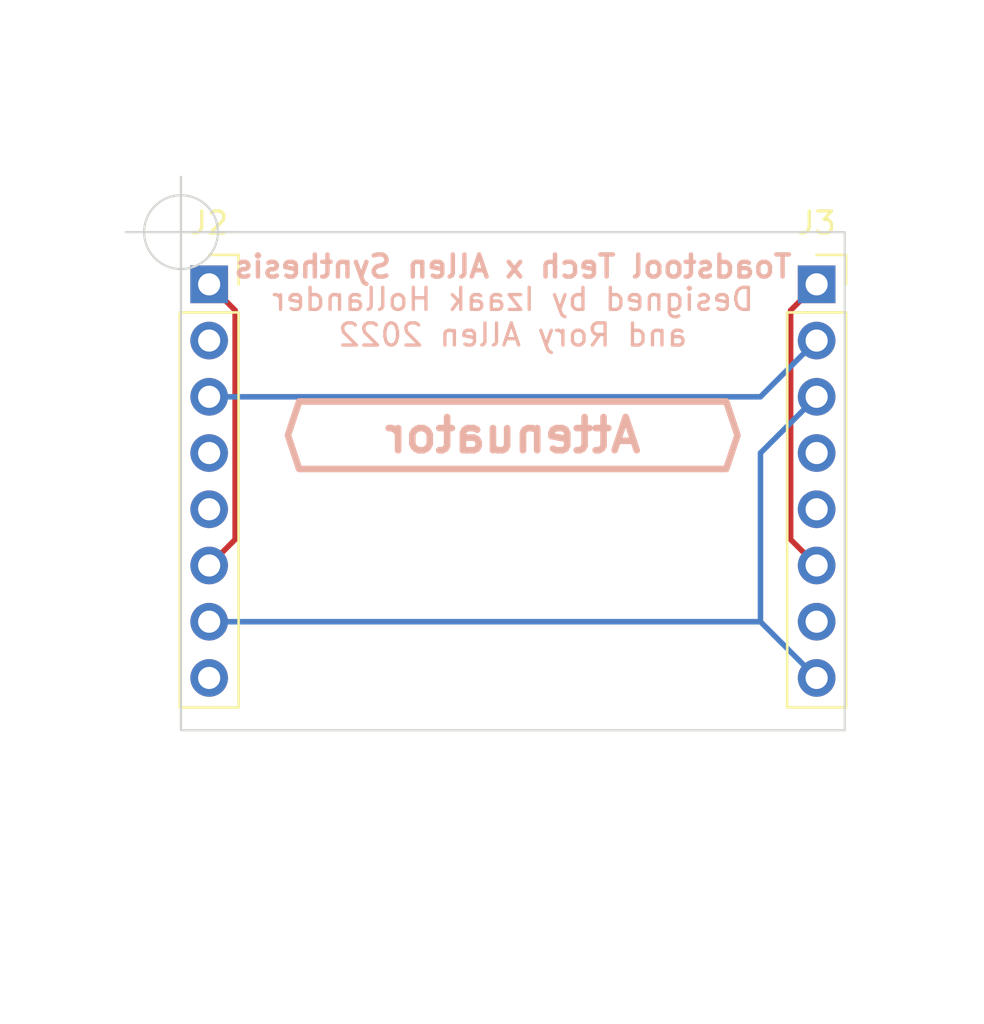
<source format=kicad_pcb>
(kicad_pcb (version 20211014) (generator pcbnew)
  (layers (0 "F.Cu" signal) (31 "B.Cu" signal) (34 "B.Paste" user) (35 "F.Paste" user) (36 "B.SilkS" user "B.Silkscreen") (37 "F.SilkS" user "F.Silkscreen") (38 "B.Mask" user) (39 "F.Mask" user) (44 "Edge.Cuts" user))
  (net 0 "")
  (net 1 "/INPUT")
  (net 2 "/MUTE_OUTPUT")
  (net 3 "Earth")
  (net 4 "/ATTENUATOR_OUTPUT")
  (footprint "Connector_PinSocket_2.54mm:PinSocket_1x08_P2.54mm_Vertical" (layer "F.Cu") (at 28.73 2.3578)
    (fp_text reference "J3" (at 0 -2.77) (layer "F.SilkS"))
    (fp_text value "Conn_01x08_Female")
    (fp_line (start 1.33 -1.33) (end 1.33 0) (layer "F.SilkS") (width 0.12))
    (fp_line (start -1.33 19.11) (end 1.33 19.11) (layer "F.SilkS") (width 0.12))
    (fp_line (start 1.33 1.27) (end 1.33 19.11) (layer "F.SilkS") (width 0.12))
    (fp_line (start 0 -1.33) (end 1.33 -1.33) (layer "F.SilkS") (width 0.12))
    (fp_line (start -1.33 1.27) (end -1.33 19.11) (layer "F.SilkS") (width 0.12))
    (fp_line (start -1.33 1.27) (end 1.33 1.27) (layer "F.SilkS") (width 0.12))
    (pad "1" thru_hole rect (at 0 0) (size 1.7 1.7) (drill 1) (layers *.Cu *.Mask) (net 4 "/ATTENUATOR_OUTPUT"))
    (pad "2" thru_hole oval (at 0 2.54) (size 1.7 1.7) (drill 1) (layers *.Cu *.Mask) (net 2 "/MUTE_OUTPUT"))
    (pad "3" thru_hole oval (at 0 5.08) (size 1.7 1.7) (drill 1) (layers *.Cu *.Mask) (net 3 "Earth"))
    (pad "4" thru_hole oval (at 0 7.62) (size 1.7 1.7) (drill 1) (layers *.Cu *.Mask))
    (pad "5" thru_hole oval (at 0 10.16) (size 1.7 1.7) (drill 1) (layers *.Cu *.Mask))
    (pad "6" thru_hole oval (at 0 12.7) (size 1.7 1.7) (drill 1) (layers *.Cu *.Mask) (net 4 "/ATTENUATOR_OUTPUT"))
    (pad "7" thru_hole oval (at 0 15.24) (size 1.7 1.7) (drill 1) (layers *.Cu *.Mask))
    (pad "8" thru_hole oval (at 0 17.78) (size 1.7 1.7) (drill 1) (layers *.Cu *.Mask) (net 3 "Earth"))
  )
  (footprint "Connector_PinSocket_2.54mm:PinSocket_1x08_P2.54mm_Vertical" (layer "F.Cu") (at 1.2726 2.3578)
    (fp_text reference "J2" (at 0 -2.77) (layer "F.SilkS"))
    (fp_text value "Conn_01x08_Female")
    (fp_line (start 1.33 -1.33) (end 1.33 0) (layer "F.SilkS") (width 0.12))
    (fp_line (start -1.33 1.27) (end -1.33 19.11) (layer "F.SilkS") (width 0.12))
    (fp_line (start -1.33 19.11) (end 1.33 19.11) (layer "F.SilkS") (width 0.12))
    (fp_line (start 0 -1.33) (end 1.33 -1.33) (layer "F.SilkS") (width 0.12))
    (fp_line (start 1.33 1.27) (end 1.33 19.11) (layer "F.SilkS") (width 0.12))
    (fp_line (start -1.33 1.27) (end 1.33 1.27) (layer "F.SilkS") (width 0.12))
    (pad "1" thru_hole rect (at 0 0) (size 1.7 1.7) (drill 1) (layers *.Cu *.Mask) (net 1 "/INPUT"))
    (pad "2" thru_hole oval (at 0 2.54) (size 1.7 1.7) (drill 1) (layers *.Cu *.Mask))
    (pad "3" thru_hole oval (at 0 5.08) (size 1.7 1.7) (drill 1) (layers *.Cu *.Mask) (net 2 "/MUTE_OUTPUT"))
    (pad "4" thru_hole oval (at 0 7.62) (size 1.7 1.7) (drill 1) (layers *.Cu *.Mask))
    (pad "5" thru_hole oval (at 0 10.16) (size 1.7 1.7) (drill 1) (layers *.Cu *.Mask))
    (pad "6" thru_hole oval (at 0 12.7) (size 1.7 1.7) (drill 1) (layers *.Cu *.Mask) (net 1 "/INPUT"))
    (pad "7" thru_hole oval (at 0 15.24) (size 1.7 1.7) (drill 1) (layers *.Cu *.Mask) (net 3 "Earth"))
    (pad "8" thru_hole oval (at 0 17.78) (size 1.7 1.7) (drill 1) (layers *.Cu *.Mask))
  )
  (gr_poly (pts (xy 25.152 9.174) (xy 24.644 10.698) (xy 5.34 10.698) (xy 4.832 9.174) (xy 5.34 7.65) (xy 24.644 7.65)) (layer "B.SilkS") (width 0.3) (fill none))
  (gr_rect (start 0 0) (end 30 22.5) (layer "Edge.Cuts") (width 0.1) (fill none))
  (gr_text "Designed by Izaak Hollander\nand Rory Allen 2022" (at 15 3.84) (layer "B.SilkS") (effects (font (size 1 1)) (justify mirror)))
  (gr_text "Attenuator" (at 14.992 9.174) (layer "B.SilkS") (effects (font (size 1.5 1.5) (thickness 0.3)) (justify mirror)))
  (gr_text "Toadstool Tech x Allen Synthesis" (at 15 1.554) (layer "B.SilkS") (effects (font (size 1 1) (thickness 0.2)) (justify mirror)))
  (target plus (at 0 0) (size 5) (width 0.1) (layer "Edge.Cuts"))
  (segment (start 2.447111 13.883289) (end 1.2726 15.0578) (width 0.25) (layer "F.Cu") (net 1))
  (segment (start 2.447111 3.532311) (end 2.447111 13.883289) (width 0.25) (layer "F.Cu") (net 1))
  (segment (start 1.2726 2.3578) (end 2.447111 3.532311) (width 0.25) (layer "F.Cu") (net 1))
  (segment (start 1.2726 7.4378) (end 26.19 7.4378) (width 0.25) (layer "B.Cu") (net 2))
  (segment (start 26.19 7.4378) (end 28.73 4.8978) (width 0.25) (layer "B.Cu") (net 2))
  (segment (start 1.2726 17.5978) (end 26.19 17.5978) (width 0.25) (layer "B.Cu") (net 3))
  (segment (start 26.19 17.5978) (end 28.73 20.1378) (width 0.25) (layer "B.Cu") (net 3))
  (segment (start 28.73 7.4378) (end 26.19 9.9778) (width 0.25) (layer "B.Cu") (net 3))
  (segment (start 26.19 9.9778) (end 26.19 17.5978) (width 0.25) (layer "B.Cu") (net 3))
  (segment (start 27.555489 3.532311) (end 28.73 2.3578) (width 0.25) (layer "F.Cu") (net 4))
  (segment (start 27.555489 13.883289) (end 27.555489 3.532311) (width 0.25) (layer "F.Cu") (net 4))
  (segment (start 28.73 15.0578) (end 27.555489 13.883289) (width 0.25) (layer "F.Cu") (net 4))
)
</source>
